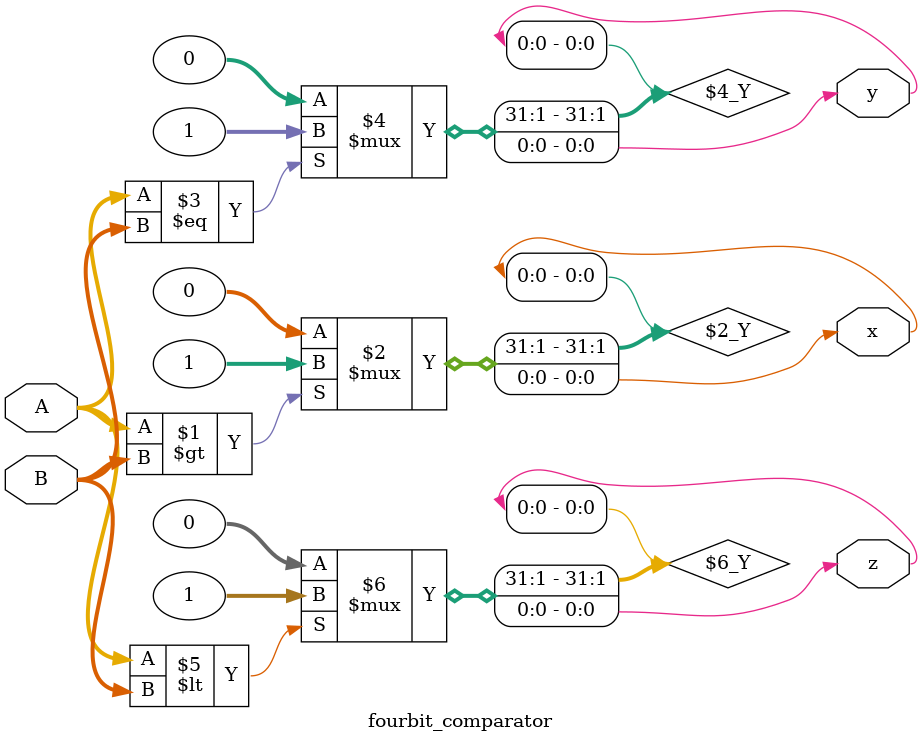
<source format=v>
`timescale 1ns / 1ps


module fourbit_comparator(A,B,x,y,z);
input [3:0] A,B;
output x,y,z;

assign x = (A>B) ? 1:0;     //A>B
assign y = (A==B) ? 1:0;     //A=B
assign z = (A<B) ? 1:0;     //A<B


endmodule

</source>
